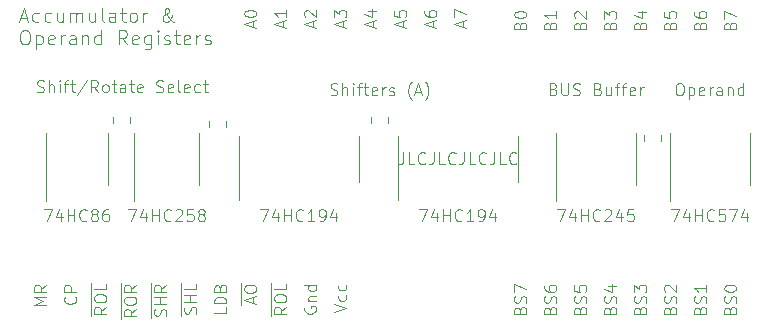
<source format=gbr>
%TF.GenerationSoftware,KiCad,Pcbnew,(5.1.10-1-10_14)*%
%TF.CreationDate,2021-12-11T09:19:18-05:00*%
%TF.ProjectId,control-unit,636f6e74-726f-46c2-9d75-6e69742e6b69,rev?*%
%TF.SameCoordinates,Original*%
%TF.FileFunction,Legend,Top*%
%TF.FilePolarity,Positive*%
%FSLAX46Y46*%
G04 Gerber Fmt 4.6, Leading zero omitted, Abs format (unit mm)*
G04 Created by KiCad (PCBNEW (5.1.10-1-10_14)) date 2021-12-11 09:19:18*
%MOMM*%
%LPD*%
G01*
G04 APERTURE LIST*
%ADD10C,0.100000*%
%ADD11C,0.120000*%
G04 APERTURE END LIST*
D10*
X182523142Y-82510380D02*
X182713619Y-82510380D01*
X182808857Y-82558000D01*
X182904095Y-82653238D01*
X182951714Y-82843714D01*
X182951714Y-83177047D01*
X182904095Y-83367523D01*
X182808857Y-83462761D01*
X182713619Y-83510380D01*
X182523142Y-83510380D01*
X182427904Y-83462761D01*
X182332666Y-83367523D01*
X182285047Y-83177047D01*
X182285047Y-82843714D01*
X182332666Y-82653238D01*
X182427904Y-82558000D01*
X182523142Y-82510380D01*
X183380285Y-82843714D02*
X183380285Y-83843714D01*
X183380285Y-82891333D02*
X183475523Y-82843714D01*
X183666000Y-82843714D01*
X183761238Y-82891333D01*
X183808857Y-82938952D01*
X183856476Y-83034190D01*
X183856476Y-83319904D01*
X183808857Y-83415142D01*
X183761238Y-83462761D01*
X183666000Y-83510380D01*
X183475523Y-83510380D01*
X183380285Y-83462761D01*
X184666000Y-83462761D02*
X184570761Y-83510380D01*
X184380285Y-83510380D01*
X184285047Y-83462761D01*
X184237428Y-83367523D01*
X184237428Y-82986571D01*
X184285047Y-82891333D01*
X184380285Y-82843714D01*
X184570761Y-82843714D01*
X184666000Y-82891333D01*
X184713619Y-82986571D01*
X184713619Y-83081809D01*
X184237428Y-83177047D01*
X185142190Y-83510380D02*
X185142190Y-82843714D01*
X185142190Y-83034190D02*
X185189809Y-82938952D01*
X185237428Y-82891333D01*
X185332666Y-82843714D01*
X185427904Y-82843714D01*
X186189809Y-83510380D02*
X186189809Y-82986571D01*
X186142190Y-82891333D01*
X186046952Y-82843714D01*
X185856476Y-82843714D01*
X185761238Y-82891333D01*
X186189809Y-83462761D02*
X186094571Y-83510380D01*
X185856476Y-83510380D01*
X185761238Y-83462761D01*
X185713619Y-83367523D01*
X185713619Y-83272285D01*
X185761238Y-83177047D01*
X185856476Y-83129428D01*
X186094571Y-83129428D01*
X186189809Y-83081809D01*
X186666000Y-82843714D02*
X186666000Y-83510380D01*
X186666000Y-82938952D02*
X186713619Y-82891333D01*
X186808857Y-82843714D01*
X186951714Y-82843714D01*
X187046952Y-82891333D01*
X187094571Y-82986571D01*
X187094571Y-83510380D01*
X187999333Y-83510380D02*
X187999333Y-82510380D01*
X187999333Y-83462761D02*
X187904095Y-83510380D01*
X187713619Y-83510380D01*
X187618380Y-83462761D01*
X187570761Y-83415142D01*
X187523142Y-83319904D01*
X187523142Y-83034190D01*
X187570761Y-82938952D01*
X187618380Y-82891333D01*
X187713619Y-82843714D01*
X187904095Y-82843714D01*
X187999333Y-82891333D01*
X171942571Y-82986571D02*
X172085428Y-83034190D01*
X172133047Y-83081809D01*
X172180666Y-83177047D01*
X172180666Y-83319904D01*
X172133047Y-83415142D01*
X172085428Y-83462761D01*
X171990190Y-83510380D01*
X171609238Y-83510380D01*
X171609238Y-82510380D01*
X171942571Y-82510380D01*
X172037809Y-82558000D01*
X172085428Y-82605619D01*
X172133047Y-82700857D01*
X172133047Y-82796095D01*
X172085428Y-82891333D01*
X172037809Y-82938952D01*
X171942571Y-82986571D01*
X171609238Y-82986571D01*
X172609238Y-82510380D02*
X172609238Y-83319904D01*
X172656857Y-83415142D01*
X172704476Y-83462761D01*
X172799714Y-83510380D01*
X172990190Y-83510380D01*
X173085428Y-83462761D01*
X173133047Y-83415142D01*
X173180666Y-83319904D01*
X173180666Y-82510380D01*
X173609238Y-83462761D02*
X173752095Y-83510380D01*
X173990190Y-83510380D01*
X174085428Y-83462761D01*
X174133047Y-83415142D01*
X174180666Y-83319904D01*
X174180666Y-83224666D01*
X174133047Y-83129428D01*
X174085428Y-83081809D01*
X173990190Y-83034190D01*
X173799714Y-82986571D01*
X173704476Y-82938952D01*
X173656857Y-82891333D01*
X173609238Y-82796095D01*
X173609238Y-82700857D01*
X173656857Y-82605619D01*
X173704476Y-82558000D01*
X173799714Y-82510380D01*
X174037809Y-82510380D01*
X174180666Y-82558000D01*
X175704476Y-82986571D02*
X175847333Y-83034190D01*
X175894952Y-83081809D01*
X175942571Y-83177047D01*
X175942571Y-83319904D01*
X175894952Y-83415142D01*
X175847333Y-83462761D01*
X175752095Y-83510380D01*
X175371142Y-83510380D01*
X175371142Y-82510380D01*
X175704476Y-82510380D01*
X175799714Y-82558000D01*
X175847333Y-82605619D01*
X175894952Y-82700857D01*
X175894952Y-82796095D01*
X175847333Y-82891333D01*
X175799714Y-82938952D01*
X175704476Y-82986571D01*
X175371142Y-82986571D01*
X176799714Y-82843714D02*
X176799714Y-83510380D01*
X176371142Y-82843714D02*
X176371142Y-83367523D01*
X176418761Y-83462761D01*
X176514000Y-83510380D01*
X176656857Y-83510380D01*
X176752095Y-83462761D01*
X176799714Y-83415142D01*
X177133047Y-82843714D02*
X177514000Y-82843714D01*
X177275904Y-83510380D02*
X177275904Y-82653238D01*
X177323523Y-82558000D01*
X177418761Y-82510380D01*
X177514000Y-82510380D01*
X177704476Y-82843714D02*
X178085428Y-82843714D01*
X177847333Y-83510380D02*
X177847333Y-82653238D01*
X177894952Y-82558000D01*
X177990190Y-82510380D01*
X178085428Y-82510380D01*
X178799714Y-83462761D02*
X178704476Y-83510380D01*
X178514000Y-83510380D01*
X178418761Y-83462761D01*
X178371142Y-83367523D01*
X178371142Y-82986571D01*
X178418761Y-82891333D01*
X178514000Y-82843714D01*
X178704476Y-82843714D01*
X178799714Y-82891333D01*
X178847333Y-82986571D01*
X178847333Y-83081809D01*
X178371142Y-83177047D01*
X179275904Y-83510380D02*
X179275904Y-82843714D01*
X179275904Y-83034190D02*
X179323523Y-82938952D01*
X179371142Y-82891333D01*
X179466380Y-82843714D01*
X179561619Y-82843714D01*
X153059333Y-83462761D02*
X153202190Y-83510380D01*
X153440285Y-83510380D01*
X153535523Y-83462761D01*
X153583142Y-83415142D01*
X153630761Y-83319904D01*
X153630761Y-83224666D01*
X153583142Y-83129428D01*
X153535523Y-83081809D01*
X153440285Y-83034190D01*
X153249809Y-82986571D01*
X153154571Y-82938952D01*
X153106952Y-82891333D01*
X153059333Y-82796095D01*
X153059333Y-82700857D01*
X153106952Y-82605619D01*
X153154571Y-82558000D01*
X153249809Y-82510380D01*
X153487904Y-82510380D01*
X153630761Y-82558000D01*
X154059333Y-83510380D02*
X154059333Y-82510380D01*
X154487904Y-83510380D02*
X154487904Y-82986571D01*
X154440285Y-82891333D01*
X154345047Y-82843714D01*
X154202190Y-82843714D01*
X154106952Y-82891333D01*
X154059333Y-82938952D01*
X154964095Y-83510380D02*
X154964095Y-82843714D01*
X154964095Y-82510380D02*
X154916476Y-82558000D01*
X154964095Y-82605619D01*
X155011714Y-82558000D01*
X154964095Y-82510380D01*
X154964095Y-82605619D01*
X155297428Y-82843714D02*
X155678380Y-82843714D01*
X155440285Y-83510380D02*
X155440285Y-82653238D01*
X155487904Y-82558000D01*
X155583142Y-82510380D01*
X155678380Y-82510380D01*
X155868857Y-82843714D02*
X156249809Y-82843714D01*
X156011714Y-82510380D02*
X156011714Y-83367523D01*
X156059333Y-83462761D01*
X156154571Y-83510380D01*
X156249809Y-83510380D01*
X156964095Y-83462761D02*
X156868857Y-83510380D01*
X156678380Y-83510380D01*
X156583142Y-83462761D01*
X156535523Y-83367523D01*
X156535523Y-82986571D01*
X156583142Y-82891333D01*
X156678380Y-82843714D01*
X156868857Y-82843714D01*
X156964095Y-82891333D01*
X157011714Y-82986571D01*
X157011714Y-83081809D01*
X156535523Y-83177047D01*
X157440285Y-83510380D02*
X157440285Y-82843714D01*
X157440285Y-83034190D02*
X157487904Y-82938952D01*
X157535523Y-82891333D01*
X157630761Y-82843714D01*
X157726000Y-82843714D01*
X158011714Y-83462761D02*
X158106952Y-83510380D01*
X158297428Y-83510380D01*
X158392666Y-83462761D01*
X158440285Y-83367523D01*
X158440285Y-83319904D01*
X158392666Y-83224666D01*
X158297428Y-83177047D01*
X158154571Y-83177047D01*
X158059333Y-83129428D01*
X158011714Y-83034190D01*
X158011714Y-82986571D01*
X158059333Y-82891333D01*
X158154571Y-82843714D01*
X158297428Y-82843714D01*
X158392666Y-82891333D01*
X159916476Y-83891333D02*
X159868857Y-83843714D01*
X159773619Y-83700857D01*
X159726000Y-83605619D01*
X159678380Y-83462761D01*
X159630761Y-83224666D01*
X159630761Y-83034190D01*
X159678380Y-82796095D01*
X159726000Y-82653238D01*
X159773619Y-82558000D01*
X159868857Y-82415142D01*
X159916476Y-82367523D01*
X160249809Y-83224666D02*
X160726000Y-83224666D01*
X160154571Y-83510380D02*
X160487904Y-82510380D01*
X160821238Y-83510380D01*
X161059333Y-83891333D02*
X161106952Y-83843714D01*
X161202190Y-83700857D01*
X161249809Y-83605619D01*
X161297428Y-83462761D01*
X161345047Y-83224666D01*
X161345047Y-83034190D01*
X161297428Y-82796095D01*
X161249809Y-82653238D01*
X161202190Y-82558000D01*
X161106952Y-82415142D01*
X161059333Y-82367523D01*
X159210952Y-88352380D02*
X159210952Y-89066666D01*
X159163333Y-89209523D01*
X159068095Y-89304761D01*
X158925238Y-89352380D01*
X158830000Y-89352380D01*
X160163333Y-89352380D02*
X159687142Y-89352380D01*
X159687142Y-88352380D01*
X161068095Y-89257142D02*
X161020476Y-89304761D01*
X160877619Y-89352380D01*
X160782380Y-89352380D01*
X160639523Y-89304761D01*
X160544285Y-89209523D01*
X160496666Y-89114285D01*
X160449047Y-88923809D01*
X160449047Y-88780952D01*
X160496666Y-88590476D01*
X160544285Y-88495238D01*
X160639523Y-88400000D01*
X160782380Y-88352380D01*
X160877619Y-88352380D01*
X161020476Y-88400000D01*
X161068095Y-88447619D01*
X161782380Y-88352380D02*
X161782380Y-89066666D01*
X161734761Y-89209523D01*
X161639523Y-89304761D01*
X161496666Y-89352380D01*
X161401428Y-89352380D01*
X162734761Y-89352380D02*
X162258571Y-89352380D01*
X162258571Y-88352380D01*
X163639523Y-89257142D02*
X163591904Y-89304761D01*
X163449047Y-89352380D01*
X163353809Y-89352380D01*
X163210952Y-89304761D01*
X163115714Y-89209523D01*
X163068095Y-89114285D01*
X163020476Y-88923809D01*
X163020476Y-88780952D01*
X163068095Y-88590476D01*
X163115714Y-88495238D01*
X163210952Y-88400000D01*
X163353809Y-88352380D01*
X163449047Y-88352380D01*
X163591904Y-88400000D01*
X163639523Y-88447619D01*
X164353809Y-88352380D02*
X164353809Y-89066666D01*
X164306190Y-89209523D01*
X164210952Y-89304761D01*
X164068095Y-89352380D01*
X163972857Y-89352380D01*
X165306190Y-89352380D02*
X164830000Y-89352380D01*
X164830000Y-88352380D01*
X166210952Y-89257142D02*
X166163333Y-89304761D01*
X166020476Y-89352380D01*
X165925238Y-89352380D01*
X165782380Y-89304761D01*
X165687142Y-89209523D01*
X165639523Y-89114285D01*
X165591904Y-88923809D01*
X165591904Y-88780952D01*
X165639523Y-88590476D01*
X165687142Y-88495238D01*
X165782380Y-88400000D01*
X165925238Y-88352380D01*
X166020476Y-88352380D01*
X166163333Y-88400000D01*
X166210952Y-88447619D01*
X166925238Y-88352380D02*
X166925238Y-89066666D01*
X166877619Y-89209523D01*
X166782380Y-89304761D01*
X166639523Y-89352380D01*
X166544285Y-89352380D01*
X167877619Y-89352380D02*
X167401428Y-89352380D01*
X167401428Y-88352380D01*
X168782380Y-89257142D02*
X168734761Y-89304761D01*
X168591904Y-89352380D01*
X168496666Y-89352380D01*
X168353809Y-89304761D01*
X168258571Y-89209523D01*
X168210952Y-89114285D01*
X168163333Y-88923809D01*
X168163333Y-88780952D01*
X168210952Y-88590476D01*
X168258571Y-88495238D01*
X168353809Y-88400000D01*
X168496666Y-88352380D01*
X168591904Y-88352380D01*
X168734761Y-88400000D01*
X168782380Y-88447619D01*
X181904095Y-93178380D02*
X182570761Y-93178380D01*
X182142190Y-94178380D01*
X183380285Y-93511714D02*
X183380285Y-94178380D01*
X183142190Y-93130761D02*
X182904095Y-93845047D01*
X183523142Y-93845047D01*
X183904095Y-94178380D02*
X183904095Y-93178380D01*
X183904095Y-93654571D02*
X184475523Y-93654571D01*
X184475523Y-94178380D02*
X184475523Y-93178380D01*
X185523142Y-94083142D02*
X185475523Y-94130761D01*
X185332666Y-94178380D01*
X185237428Y-94178380D01*
X185094571Y-94130761D01*
X184999333Y-94035523D01*
X184951714Y-93940285D01*
X184904095Y-93749809D01*
X184904095Y-93606952D01*
X184951714Y-93416476D01*
X184999333Y-93321238D01*
X185094571Y-93226000D01*
X185237428Y-93178380D01*
X185332666Y-93178380D01*
X185475523Y-93226000D01*
X185523142Y-93273619D01*
X186427904Y-93178380D02*
X185951714Y-93178380D01*
X185904095Y-93654571D01*
X185951714Y-93606952D01*
X186046952Y-93559333D01*
X186285047Y-93559333D01*
X186380285Y-93606952D01*
X186427904Y-93654571D01*
X186475523Y-93749809D01*
X186475523Y-93987904D01*
X186427904Y-94083142D01*
X186380285Y-94130761D01*
X186285047Y-94178380D01*
X186046952Y-94178380D01*
X185951714Y-94130761D01*
X185904095Y-94083142D01*
X186808857Y-93178380D02*
X187475523Y-93178380D01*
X187046952Y-94178380D01*
X188285047Y-93511714D02*
X188285047Y-94178380D01*
X188046952Y-93130761D02*
X187808857Y-93845047D01*
X188427904Y-93845047D01*
X172252095Y-93178380D02*
X172918761Y-93178380D01*
X172490190Y-94178380D01*
X173728285Y-93511714D02*
X173728285Y-94178380D01*
X173490190Y-93130761D02*
X173252095Y-93845047D01*
X173871142Y-93845047D01*
X174252095Y-94178380D02*
X174252095Y-93178380D01*
X174252095Y-93654571D02*
X174823523Y-93654571D01*
X174823523Y-94178380D02*
X174823523Y-93178380D01*
X175871142Y-94083142D02*
X175823523Y-94130761D01*
X175680666Y-94178380D01*
X175585428Y-94178380D01*
X175442571Y-94130761D01*
X175347333Y-94035523D01*
X175299714Y-93940285D01*
X175252095Y-93749809D01*
X175252095Y-93606952D01*
X175299714Y-93416476D01*
X175347333Y-93321238D01*
X175442571Y-93226000D01*
X175585428Y-93178380D01*
X175680666Y-93178380D01*
X175823523Y-93226000D01*
X175871142Y-93273619D01*
X176252095Y-93273619D02*
X176299714Y-93226000D01*
X176394952Y-93178380D01*
X176633047Y-93178380D01*
X176728285Y-93226000D01*
X176775904Y-93273619D01*
X176823523Y-93368857D01*
X176823523Y-93464095D01*
X176775904Y-93606952D01*
X176204476Y-94178380D01*
X176823523Y-94178380D01*
X177680666Y-93511714D02*
X177680666Y-94178380D01*
X177442571Y-93130761D02*
X177204476Y-93845047D01*
X177823523Y-93845047D01*
X178680666Y-93178380D02*
X178204476Y-93178380D01*
X178156857Y-93654571D01*
X178204476Y-93606952D01*
X178299714Y-93559333D01*
X178537809Y-93559333D01*
X178633047Y-93606952D01*
X178680666Y-93654571D01*
X178728285Y-93749809D01*
X178728285Y-93987904D01*
X178680666Y-94083142D01*
X178633047Y-94130761D01*
X178537809Y-94178380D01*
X178299714Y-94178380D01*
X178204476Y-94130761D01*
X178156857Y-94083142D01*
X160568095Y-93178380D02*
X161234761Y-93178380D01*
X160806190Y-94178380D01*
X162044285Y-93511714D02*
X162044285Y-94178380D01*
X161806190Y-93130761D02*
X161568095Y-93845047D01*
X162187142Y-93845047D01*
X162568095Y-94178380D02*
X162568095Y-93178380D01*
X162568095Y-93654571D02*
X163139523Y-93654571D01*
X163139523Y-94178380D02*
X163139523Y-93178380D01*
X164187142Y-94083142D02*
X164139523Y-94130761D01*
X163996666Y-94178380D01*
X163901428Y-94178380D01*
X163758571Y-94130761D01*
X163663333Y-94035523D01*
X163615714Y-93940285D01*
X163568095Y-93749809D01*
X163568095Y-93606952D01*
X163615714Y-93416476D01*
X163663333Y-93321238D01*
X163758571Y-93226000D01*
X163901428Y-93178380D01*
X163996666Y-93178380D01*
X164139523Y-93226000D01*
X164187142Y-93273619D01*
X165139523Y-94178380D02*
X164568095Y-94178380D01*
X164853809Y-94178380D02*
X164853809Y-93178380D01*
X164758571Y-93321238D01*
X164663333Y-93416476D01*
X164568095Y-93464095D01*
X165615714Y-94178380D02*
X165806190Y-94178380D01*
X165901428Y-94130761D01*
X165949047Y-94083142D01*
X166044285Y-93940285D01*
X166091904Y-93749809D01*
X166091904Y-93368857D01*
X166044285Y-93273619D01*
X165996666Y-93226000D01*
X165901428Y-93178380D01*
X165710952Y-93178380D01*
X165615714Y-93226000D01*
X165568095Y-93273619D01*
X165520476Y-93368857D01*
X165520476Y-93606952D01*
X165568095Y-93702190D01*
X165615714Y-93749809D01*
X165710952Y-93797428D01*
X165901428Y-93797428D01*
X165996666Y-93749809D01*
X166044285Y-93702190D01*
X166091904Y-93606952D01*
X166949047Y-93511714D02*
X166949047Y-94178380D01*
X166710952Y-93130761D02*
X166472857Y-93845047D01*
X167091904Y-93845047D01*
X147106095Y-93178380D02*
X147772761Y-93178380D01*
X147344190Y-94178380D01*
X148582285Y-93511714D02*
X148582285Y-94178380D01*
X148344190Y-93130761D02*
X148106095Y-93845047D01*
X148725142Y-93845047D01*
X149106095Y-94178380D02*
X149106095Y-93178380D01*
X149106095Y-93654571D02*
X149677523Y-93654571D01*
X149677523Y-94178380D02*
X149677523Y-93178380D01*
X150725142Y-94083142D02*
X150677523Y-94130761D01*
X150534666Y-94178380D01*
X150439428Y-94178380D01*
X150296571Y-94130761D01*
X150201333Y-94035523D01*
X150153714Y-93940285D01*
X150106095Y-93749809D01*
X150106095Y-93606952D01*
X150153714Y-93416476D01*
X150201333Y-93321238D01*
X150296571Y-93226000D01*
X150439428Y-93178380D01*
X150534666Y-93178380D01*
X150677523Y-93226000D01*
X150725142Y-93273619D01*
X151677523Y-94178380D02*
X151106095Y-94178380D01*
X151391809Y-94178380D02*
X151391809Y-93178380D01*
X151296571Y-93321238D01*
X151201333Y-93416476D01*
X151106095Y-93464095D01*
X152153714Y-94178380D02*
X152344190Y-94178380D01*
X152439428Y-94130761D01*
X152487047Y-94083142D01*
X152582285Y-93940285D01*
X152629904Y-93749809D01*
X152629904Y-93368857D01*
X152582285Y-93273619D01*
X152534666Y-93226000D01*
X152439428Y-93178380D01*
X152248952Y-93178380D01*
X152153714Y-93226000D01*
X152106095Y-93273619D01*
X152058476Y-93368857D01*
X152058476Y-93606952D01*
X152106095Y-93702190D01*
X152153714Y-93749809D01*
X152248952Y-93797428D01*
X152439428Y-93797428D01*
X152534666Y-93749809D01*
X152582285Y-93702190D01*
X152629904Y-93606952D01*
X153487047Y-93511714D02*
X153487047Y-94178380D01*
X153248952Y-93130761D02*
X153010857Y-93845047D01*
X153629904Y-93845047D01*
X135930095Y-93178380D02*
X136596761Y-93178380D01*
X136168190Y-94178380D01*
X137406285Y-93511714D02*
X137406285Y-94178380D01*
X137168190Y-93130761D02*
X136930095Y-93845047D01*
X137549142Y-93845047D01*
X137930095Y-94178380D02*
X137930095Y-93178380D01*
X137930095Y-93654571D02*
X138501523Y-93654571D01*
X138501523Y-94178380D02*
X138501523Y-93178380D01*
X139549142Y-94083142D02*
X139501523Y-94130761D01*
X139358666Y-94178380D01*
X139263428Y-94178380D01*
X139120571Y-94130761D01*
X139025333Y-94035523D01*
X138977714Y-93940285D01*
X138930095Y-93749809D01*
X138930095Y-93606952D01*
X138977714Y-93416476D01*
X139025333Y-93321238D01*
X139120571Y-93226000D01*
X139263428Y-93178380D01*
X139358666Y-93178380D01*
X139501523Y-93226000D01*
X139549142Y-93273619D01*
X139930095Y-93273619D02*
X139977714Y-93226000D01*
X140072952Y-93178380D01*
X140311047Y-93178380D01*
X140406285Y-93226000D01*
X140453904Y-93273619D01*
X140501523Y-93368857D01*
X140501523Y-93464095D01*
X140453904Y-93606952D01*
X139882476Y-94178380D01*
X140501523Y-94178380D01*
X141406285Y-93178380D02*
X140930095Y-93178380D01*
X140882476Y-93654571D01*
X140930095Y-93606952D01*
X141025333Y-93559333D01*
X141263428Y-93559333D01*
X141358666Y-93606952D01*
X141406285Y-93654571D01*
X141453904Y-93749809D01*
X141453904Y-93987904D01*
X141406285Y-94083142D01*
X141358666Y-94130761D01*
X141263428Y-94178380D01*
X141025333Y-94178380D01*
X140930095Y-94130761D01*
X140882476Y-94083142D01*
X142025333Y-93606952D02*
X141930095Y-93559333D01*
X141882476Y-93511714D01*
X141834857Y-93416476D01*
X141834857Y-93368857D01*
X141882476Y-93273619D01*
X141930095Y-93226000D01*
X142025333Y-93178380D01*
X142215809Y-93178380D01*
X142311047Y-93226000D01*
X142358666Y-93273619D01*
X142406285Y-93368857D01*
X142406285Y-93416476D01*
X142358666Y-93511714D01*
X142311047Y-93559333D01*
X142215809Y-93606952D01*
X142025333Y-93606952D01*
X141930095Y-93654571D01*
X141882476Y-93702190D01*
X141834857Y-93797428D01*
X141834857Y-93987904D01*
X141882476Y-94083142D01*
X141930095Y-94130761D01*
X142025333Y-94178380D01*
X142215809Y-94178380D01*
X142311047Y-94130761D01*
X142358666Y-94083142D01*
X142406285Y-93987904D01*
X142406285Y-93797428D01*
X142358666Y-93702190D01*
X142311047Y-93654571D01*
X142215809Y-93606952D01*
X128786285Y-93178380D02*
X129452952Y-93178380D01*
X129024380Y-94178380D01*
X130262476Y-93511714D02*
X130262476Y-94178380D01*
X130024380Y-93130761D02*
X129786285Y-93845047D01*
X130405333Y-93845047D01*
X130786285Y-94178380D02*
X130786285Y-93178380D01*
X130786285Y-93654571D02*
X131357714Y-93654571D01*
X131357714Y-94178380D02*
X131357714Y-93178380D01*
X132405333Y-94083142D02*
X132357714Y-94130761D01*
X132214857Y-94178380D01*
X132119619Y-94178380D01*
X131976761Y-94130761D01*
X131881523Y-94035523D01*
X131833904Y-93940285D01*
X131786285Y-93749809D01*
X131786285Y-93606952D01*
X131833904Y-93416476D01*
X131881523Y-93321238D01*
X131976761Y-93226000D01*
X132119619Y-93178380D01*
X132214857Y-93178380D01*
X132357714Y-93226000D01*
X132405333Y-93273619D01*
X132976761Y-93606952D02*
X132881523Y-93559333D01*
X132833904Y-93511714D01*
X132786285Y-93416476D01*
X132786285Y-93368857D01*
X132833904Y-93273619D01*
X132881523Y-93226000D01*
X132976761Y-93178380D01*
X133167238Y-93178380D01*
X133262476Y-93226000D01*
X133310095Y-93273619D01*
X133357714Y-93368857D01*
X133357714Y-93416476D01*
X133310095Y-93511714D01*
X133262476Y-93559333D01*
X133167238Y-93606952D01*
X132976761Y-93606952D01*
X132881523Y-93654571D01*
X132833904Y-93702190D01*
X132786285Y-93797428D01*
X132786285Y-93987904D01*
X132833904Y-94083142D01*
X132881523Y-94130761D01*
X132976761Y-94178380D01*
X133167238Y-94178380D01*
X133262476Y-94130761D01*
X133310095Y-94083142D01*
X133357714Y-93987904D01*
X133357714Y-93797428D01*
X133310095Y-93702190D01*
X133262476Y-93654571D01*
X133167238Y-93606952D01*
X134214857Y-93178380D02*
X134024380Y-93178380D01*
X133929142Y-93226000D01*
X133881523Y-93273619D01*
X133786285Y-93416476D01*
X133738666Y-93606952D01*
X133738666Y-93987904D01*
X133786285Y-94083142D01*
X133833904Y-94130761D01*
X133929142Y-94178380D01*
X134119619Y-94178380D01*
X134214857Y-94130761D01*
X134262476Y-94083142D01*
X134310095Y-93987904D01*
X134310095Y-93749809D01*
X134262476Y-93654571D01*
X134214857Y-93606952D01*
X134119619Y-93559333D01*
X133929142Y-93559333D01*
X133833904Y-93606952D01*
X133786285Y-93654571D01*
X133738666Y-93749809D01*
X128215333Y-83208761D02*
X128358190Y-83256380D01*
X128596285Y-83256380D01*
X128691523Y-83208761D01*
X128739142Y-83161142D01*
X128786761Y-83065904D01*
X128786761Y-82970666D01*
X128739142Y-82875428D01*
X128691523Y-82827809D01*
X128596285Y-82780190D01*
X128405809Y-82732571D01*
X128310571Y-82684952D01*
X128262952Y-82637333D01*
X128215333Y-82542095D01*
X128215333Y-82446857D01*
X128262952Y-82351619D01*
X128310571Y-82304000D01*
X128405809Y-82256380D01*
X128643904Y-82256380D01*
X128786761Y-82304000D01*
X129215333Y-83256380D02*
X129215333Y-82256380D01*
X129643904Y-83256380D02*
X129643904Y-82732571D01*
X129596285Y-82637333D01*
X129501047Y-82589714D01*
X129358190Y-82589714D01*
X129262952Y-82637333D01*
X129215333Y-82684952D01*
X130120095Y-83256380D02*
X130120095Y-82589714D01*
X130120095Y-82256380D02*
X130072476Y-82304000D01*
X130120095Y-82351619D01*
X130167714Y-82304000D01*
X130120095Y-82256380D01*
X130120095Y-82351619D01*
X130453428Y-82589714D02*
X130834380Y-82589714D01*
X130596285Y-83256380D02*
X130596285Y-82399238D01*
X130643904Y-82304000D01*
X130739142Y-82256380D01*
X130834380Y-82256380D01*
X131024857Y-82589714D02*
X131405809Y-82589714D01*
X131167714Y-82256380D02*
X131167714Y-83113523D01*
X131215333Y-83208761D01*
X131310571Y-83256380D01*
X131405809Y-83256380D01*
X132453428Y-82208761D02*
X131596285Y-83494476D01*
X133358190Y-83256380D02*
X133024857Y-82780190D01*
X132786761Y-83256380D02*
X132786761Y-82256380D01*
X133167714Y-82256380D01*
X133262952Y-82304000D01*
X133310571Y-82351619D01*
X133358190Y-82446857D01*
X133358190Y-82589714D01*
X133310571Y-82684952D01*
X133262952Y-82732571D01*
X133167714Y-82780190D01*
X132786761Y-82780190D01*
X133929619Y-83256380D02*
X133834380Y-83208761D01*
X133786761Y-83161142D01*
X133739142Y-83065904D01*
X133739142Y-82780190D01*
X133786761Y-82684952D01*
X133834380Y-82637333D01*
X133929619Y-82589714D01*
X134072476Y-82589714D01*
X134167714Y-82637333D01*
X134215333Y-82684952D01*
X134262952Y-82780190D01*
X134262952Y-83065904D01*
X134215333Y-83161142D01*
X134167714Y-83208761D01*
X134072476Y-83256380D01*
X133929619Y-83256380D01*
X134548666Y-82589714D02*
X134929619Y-82589714D01*
X134691523Y-82256380D02*
X134691523Y-83113523D01*
X134739142Y-83208761D01*
X134834380Y-83256380D01*
X134929619Y-83256380D01*
X135691523Y-83256380D02*
X135691523Y-82732571D01*
X135643904Y-82637333D01*
X135548666Y-82589714D01*
X135358190Y-82589714D01*
X135262952Y-82637333D01*
X135691523Y-83208761D02*
X135596285Y-83256380D01*
X135358190Y-83256380D01*
X135262952Y-83208761D01*
X135215333Y-83113523D01*
X135215333Y-83018285D01*
X135262952Y-82923047D01*
X135358190Y-82875428D01*
X135596285Y-82875428D01*
X135691523Y-82827809D01*
X136024857Y-82589714D02*
X136405809Y-82589714D01*
X136167714Y-82256380D02*
X136167714Y-83113523D01*
X136215333Y-83208761D01*
X136310571Y-83256380D01*
X136405809Y-83256380D01*
X137120095Y-83208761D02*
X137024857Y-83256380D01*
X136834380Y-83256380D01*
X136739142Y-83208761D01*
X136691523Y-83113523D01*
X136691523Y-82732571D01*
X136739142Y-82637333D01*
X136834380Y-82589714D01*
X137024857Y-82589714D01*
X137120095Y-82637333D01*
X137167714Y-82732571D01*
X137167714Y-82827809D01*
X136691523Y-82923047D01*
X138310571Y-83208761D02*
X138453428Y-83256380D01*
X138691523Y-83256380D01*
X138786761Y-83208761D01*
X138834380Y-83161142D01*
X138882000Y-83065904D01*
X138882000Y-82970666D01*
X138834380Y-82875428D01*
X138786761Y-82827809D01*
X138691523Y-82780190D01*
X138501047Y-82732571D01*
X138405809Y-82684952D01*
X138358190Y-82637333D01*
X138310571Y-82542095D01*
X138310571Y-82446857D01*
X138358190Y-82351619D01*
X138405809Y-82304000D01*
X138501047Y-82256380D01*
X138739142Y-82256380D01*
X138882000Y-82304000D01*
X139691523Y-83208761D02*
X139596285Y-83256380D01*
X139405809Y-83256380D01*
X139310571Y-83208761D01*
X139262952Y-83113523D01*
X139262952Y-82732571D01*
X139310571Y-82637333D01*
X139405809Y-82589714D01*
X139596285Y-82589714D01*
X139691523Y-82637333D01*
X139739142Y-82732571D01*
X139739142Y-82827809D01*
X139262952Y-82923047D01*
X140310571Y-83256380D02*
X140215333Y-83208761D01*
X140167714Y-83113523D01*
X140167714Y-82256380D01*
X141072476Y-83208761D02*
X140977238Y-83256380D01*
X140786761Y-83256380D01*
X140691523Y-83208761D01*
X140643904Y-83113523D01*
X140643904Y-82732571D01*
X140691523Y-82637333D01*
X140786761Y-82589714D01*
X140977238Y-82589714D01*
X141072476Y-82637333D01*
X141120095Y-82732571D01*
X141120095Y-82827809D01*
X140643904Y-82923047D01*
X141977238Y-83208761D02*
X141882000Y-83256380D01*
X141691523Y-83256380D01*
X141596285Y-83208761D01*
X141548666Y-83161142D01*
X141501047Y-83065904D01*
X141501047Y-82780190D01*
X141548666Y-82684952D01*
X141596285Y-82637333D01*
X141691523Y-82589714D01*
X141882000Y-82589714D01*
X141977238Y-82637333D01*
X142262952Y-82589714D02*
X142643904Y-82589714D01*
X142405809Y-82256380D02*
X142405809Y-83113523D01*
X142453428Y-83208761D01*
X142548666Y-83256380D01*
X142643904Y-83256380D01*
X126785571Y-76974000D02*
X127357000Y-76974000D01*
X126671285Y-77316857D02*
X127071285Y-76116857D01*
X127471285Y-77316857D01*
X128385571Y-77259714D02*
X128271285Y-77316857D01*
X128042714Y-77316857D01*
X127928428Y-77259714D01*
X127871285Y-77202571D01*
X127814142Y-77088285D01*
X127814142Y-76745428D01*
X127871285Y-76631142D01*
X127928428Y-76574000D01*
X128042714Y-76516857D01*
X128271285Y-76516857D01*
X128385571Y-76574000D01*
X129414142Y-77259714D02*
X129299857Y-77316857D01*
X129071285Y-77316857D01*
X128957000Y-77259714D01*
X128899857Y-77202571D01*
X128842714Y-77088285D01*
X128842714Y-76745428D01*
X128899857Y-76631142D01*
X128957000Y-76574000D01*
X129071285Y-76516857D01*
X129299857Y-76516857D01*
X129414142Y-76574000D01*
X130442714Y-76516857D02*
X130442714Y-77316857D01*
X129928428Y-76516857D02*
X129928428Y-77145428D01*
X129985571Y-77259714D01*
X130099857Y-77316857D01*
X130271285Y-77316857D01*
X130385571Y-77259714D01*
X130442714Y-77202571D01*
X131014142Y-77316857D02*
X131014142Y-76516857D01*
X131014142Y-76631142D02*
X131071285Y-76574000D01*
X131185571Y-76516857D01*
X131357000Y-76516857D01*
X131471285Y-76574000D01*
X131528428Y-76688285D01*
X131528428Y-77316857D01*
X131528428Y-76688285D02*
X131585571Y-76574000D01*
X131699857Y-76516857D01*
X131871285Y-76516857D01*
X131985571Y-76574000D01*
X132042714Y-76688285D01*
X132042714Y-77316857D01*
X133128428Y-76516857D02*
X133128428Y-77316857D01*
X132614142Y-76516857D02*
X132614142Y-77145428D01*
X132671285Y-77259714D01*
X132785571Y-77316857D01*
X132957000Y-77316857D01*
X133071285Y-77259714D01*
X133128428Y-77202571D01*
X133871285Y-77316857D02*
X133757000Y-77259714D01*
X133699857Y-77145428D01*
X133699857Y-76116857D01*
X134842714Y-77316857D02*
X134842714Y-76688285D01*
X134785571Y-76574000D01*
X134671285Y-76516857D01*
X134442714Y-76516857D01*
X134328428Y-76574000D01*
X134842714Y-77259714D02*
X134728428Y-77316857D01*
X134442714Y-77316857D01*
X134328428Y-77259714D01*
X134271285Y-77145428D01*
X134271285Y-77031142D01*
X134328428Y-76916857D01*
X134442714Y-76859714D01*
X134728428Y-76859714D01*
X134842714Y-76802571D01*
X135242714Y-76516857D02*
X135699857Y-76516857D01*
X135414142Y-76116857D02*
X135414142Y-77145428D01*
X135471285Y-77259714D01*
X135585571Y-77316857D01*
X135699857Y-77316857D01*
X136271285Y-77316857D02*
X136157000Y-77259714D01*
X136099857Y-77202571D01*
X136042714Y-77088285D01*
X136042714Y-76745428D01*
X136099857Y-76631142D01*
X136157000Y-76574000D01*
X136271285Y-76516857D01*
X136442714Y-76516857D01*
X136557000Y-76574000D01*
X136614142Y-76631142D01*
X136671285Y-76745428D01*
X136671285Y-77088285D01*
X136614142Y-77202571D01*
X136557000Y-77259714D01*
X136442714Y-77316857D01*
X136271285Y-77316857D01*
X137185571Y-77316857D02*
X137185571Y-76516857D01*
X137185571Y-76745428D02*
X137242714Y-76631142D01*
X137299857Y-76574000D01*
X137414142Y-76516857D01*
X137528428Y-76516857D01*
X139814142Y-77316857D02*
X139757000Y-77316857D01*
X139642714Y-77259714D01*
X139471285Y-77088285D01*
X139185571Y-76745428D01*
X139071285Y-76574000D01*
X139014142Y-76402571D01*
X139014142Y-76288285D01*
X139071285Y-76174000D01*
X139185571Y-76116857D01*
X139242714Y-76116857D01*
X139357000Y-76174000D01*
X139414142Y-76288285D01*
X139414142Y-76345428D01*
X139357000Y-76459714D01*
X139299857Y-76516857D01*
X138957000Y-76745428D01*
X138899857Y-76802571D01*
X138842714Y-76916857D01*
X138842714Y-77088285D01*
X138899857Y-77202571D01*
X138957000Y-77259714D01*
X139071285Y-77316857D01*
X139242714Y-77316857D01*
X139357000Y-77259714D01*
X139414142Y-77202571D01*
X139585571Y-76974000D01*
X139642714Y-76802571D01*
X139642714Y-76688285D01*
X127071285Y-78016857D02*
X127299857Y-78016857D01*
X127414142Y-78074000D01*
X127528428Y-78188285D01*
X127585571Y-78416857D01*
X127585571Y-78816857D01*
X127528428Y-79045428D01*
X127414142Y-79159714D01*
X127299857Y-79216857D01*
X127071285Y-79216857D01*
X126957000Y-79159714D01*
X126842714Y-79045428D01*
X126785571Y-78816857D01*
X126785571Y-78416857D01*
X126842714Y-78188285D01*
X126957000Y-78074000D01*
X127071285Y-78016857D01*
X128099857Y-78416857D02*
X128099857Y-79616857D01*
X128099857Y-78474000D02*
X128214142Y-78416857D01*
X128442714Y-78416857D01*
X128557000Y-78474000D01*
X128614142Y-78531142D01*
X128671285Y-78645428D01*
X128671285Y-78988285D01*
X128614142Y-79102571D01*
X128557000Y-79159714D01*
X128442714Y-79216857D01*
X128214142Y-79216857D01*
X128099857Y-79159714D01*
X129642714Y-79159714D02*
X129528428Y-79216857D01*
X129299857Y-79216857D01*
X129185571Y-79159714D01*
X129128428Y-79045428D01*
X129128428Y-78588285D01*
X129185571Y-78474000D01*
X129299857Y-78416857D01*
X129528428Y-78416857D01*
X129642714Y-78474000D01*
X129699857Y-78588285D01*
X129699857Y-78702571D01*
X129128428Y-78816857D01*
X130214142Y-79216857D02*
X130214142Y-78416857D01*
X130214142Y-78645428D02*
X130271285Y-78531142D01*
X130328428Y-78474000D01*
X130442714Y-78416857D01*
X130557000Y-78416857D01*
X131471285Y-79216857D02*
X131471285Y-78588285D01*
X131414142Y-78474000D01*
X131299857Y-78416857D01*
X131071285Y-78416857D01*
X130957000Y-78474000D01*
X131471285Y-79159714D02*
X131357000Y-79216857D01*
X131071285Y-79216857D01*
X130957000Y-79159714D01*
X130899857Y-79045428D01*
X130899857Y-78931142D01*
X130957000Y-78816857D01*
X131071285Y-78759714D01*
X131357000Y-78759714D01*
X131471285Y-78702571D01*
X132042714Y-78416857D02*
X132042714Y-79216857D01*
X132042714Y-78531142D02*
X132099857Y-78474000D01*
X132214142Y-78416857D01*
X132385571Y-78416857D01*
X132499857Y-78474000D01*
X132557000Y-78588285D01*
X132557000Y-79216857D01*
X133642714Y-79216857D02*
X133642714Y-78016857D01*
X133642714Y-79159714D02*
X133528428Y-79216857D01*
X133299857Y-79216857D01*
X133185571Y-79159714D01*
X133128428Y-79102571D01*
X133071285Y-78988285D01*
X133071285Y-78645428D01*
X133128428Y-78531142D01*
X133185571Y-78474000D01*
X133299857Y-78416857D01*
X133528428Y-78416857D01*
X133642714Y-78474000D01*
X135814142Y-79216857D02*
X135414142Y-78645428D01*
X135128428Y-79216857D02*
X135128428Y-78016857D01*
X135585571Y-78016857D01*
X135699857Y-78074000D01*
X135757000Y-78131142D01*
X135814142Y-78245428D01*
X135814142Y-78416857D01*
X135757000Y-78531142D01*
X135699857Y-78588285D01*
X135585571Y-78645428D01*
X135128428Y-78645428D01*
X136785571Y-79159714D02*
X136671285Y-79216857D01*
X136442714Y-79216857D01*
X136328428Y-79159714D01*
X136271285Y-79045428D01*
X136271285Y-78588285D01*
X136328428Y-78474000D01*
X136442714Y-78416857D01*
X136671285Y-78416857D01*
X136785571Y-78474000D01*
X136842714Y-78588285D01*
X136842714Y-78702571D01*
X136271285Y-78816857D01*
X137871285Y-78416857D02*
X137871285Y-79388285D01*
X137814142Y-79502571D01*
X137757000Y-79559714D01*
X137642714Y-79616857D01*
X137471285Y-79616857D01*
X137357000Y-79559714D01*
X137871285Y-79159714D02*
X137757000Y-79216857D01*
X137528428Y-79216857D01*
X137414142Y-79159714D01*
X137357000Y-79102571D01*
X137299857Y-78988285D01*
X137299857Y-78645428D01*
X137357000Y-78531142D01*
X137414142Y-78474000D01*
X137528428Y-78416857D01*
X137757000Y-78416857D01*
X137871285Y-78474000D01*
X138442714Y-79216857D02*
X138442714Y-78416857D01*
X138442714Y-78016857D02*
X138385571Y-78074000D01*
X138442714Y-78131142D01*
X138499857Y-78074000D01*
X138442714Y-78016857D01*
X138442714Y-78131142D01*
X138957000Y-79159714D02*
X139071285Y-79216857D01*
X139299857Y-79216857D01*
X139414142Y-79159714D01*
X139471285Y-79045428D01*
X139471285Y-78988285D01*
X139414142Y-78874000D01*
X139299857Y-78816857D01*
X139128428Y-78816857D01*
X139014142Y-78759714D01*
X138957000Y-78645428D01*
X138957000Y-78588285D01*
X139014142Y-78474000D01*
X139128428Y-78416857D01*
X139299857Y-78416857D01*
X139414142Y-78474000D01*
X139814142Y-78416857D02*
X140271285Y-78416857D01*
X139985571Y-78016857D02*
X139985571Y-79045428D01*
X140042714Y-79159714D01*
X140157000Y-79216857D01*
X140271285Y-79216857D01*
X141128428Y-79159714D02*
X141014142Y-79216857D01*
X140785571Y-79216857D01*
X140671285Y-79159714D01*
X140614142Y-79045428D01*
X140614142Y-78588285D01*
X140671285Y-78474000D01*
X140785571Y-78416857D01*
X141014142Y-78416857D01*
X141128428Y-78474000D01*
X141185571Y-78588285D01*
X141185571Y-78702571D01*
X140614142Y-78816857D01*
X141699857Y-79216857D02*
X141699857Y-78416857D01*
X141699857Y-78645428D02*
X141757000Y-78531142D01*
X141814142Y-78474000D01*
X141928428Y-78416857D01*
X142042714Y-78416857D01*
X142385571Y-79159714D02*
X142499857Y-79216857D01*
X142728428Y-79216857D01*
X142842714Y-79159714D01*
X142899857Y-79045428D01*
X142899857Y-78988285D01*
X142842714Y-78874000D01*
X142728428Y-78816857D01*
X142557000Y-78816857D01*
X142442714Y-78759714D01*
X142385571Y-78645428D01*
X142385571Y-78588285D01*
X142442714Y-78474000D01*
X142557000Y-78416857D01*
X142728428Y-78416857D01*
X142842714Y-78474000D01*
X164250666Y-77722523D02*
X164250666Y-77246333D01*
X164536380Y-77817761D02*
X163536380Y-77484428D01*
X164536380Y-77151095D01*
X163536380Y-76913000D02*
X163536380Y-76246333D01*
X164536380Y-76674904D01*
X161710666Y-77722523D02*
X161710666Y-77246333D01*
X161996380Y-77817761D02*
X160996380Y-77484428D01*
X161996380Y-77151095D01*
X160996380Y-76389190D02*
X160996380Y-76579666D01*
X161044000Y-76674904D01*
X161091619Y-76722523D01*
X161234476Y-76817761D01*
X161424952Y-76865380D01*
X161805904Y-76865380D01*
X161901142Y-76817761D01*
X161948761Y-76770142D01*
X161996380Y-76674904D01*
X161996380Y-76484428D01*
X161948761Y-76389190D01*
X161901142Y-76341571D01*
X161805904Y-76293952D01*
X161567809Y-76293952D01*
X161472571Y-76341571D01*
X161424952Y-76389190D01*
X161377333Y-76484428D01*
X161377333Y-76674904D01*
X161424952Y-76770142D01*
X161472571Y-76817761D01*
X161567809Y-76865380D01*
X159170666Y-77722523D02*
X159170666Y-77246333D01*
X159456380Y-77817761D02*
X158456380Y-77484428D01*
X159456380Y-77151095D01*
X158456380Y-76341571D02*
X158456380Y-76817761D01*
X158932571Y-76865380D01*
X158884952Y-76817761D01*
X158837333Y-76722523D01*
X158837333Y-76484428D01*
X158884952Y-76389190D01*
X158932571Y-76341571D01*
X159027809Y-76293952D01*
X159265904Y-76293952D01*
X159361142Y-76341571D01*
X159408761Y-76389190D01*
X159456380Y-76484428D01*
X159456380Y-76722523D01*
X159408761Y-76817761D01*
X159361142Y-76865380D01*
X156630666Y-77722523D02*
X156630666Y-77246333D01*
X156916380Y-77817761D02*
X155916380Y-77484428D01*
X156916380Y-77151095D01*
X156249714Y-76389190D02*
X156916380Y-76389190D01*
X155868761Y-76627285D02*
X156583047Y-76865380D01*
X156583047Y-76246333D01*
X154090666Y-77722523D02*
X154090666Y-77246333D01*
X154376380Y-77817761D02*
X153376380Y-77484428D01*
X154376380Y-77151095D01*
X153376380Y-76913000D02*
X153376380Y-76293952D01*
X153757333Y-76627285D01*
X153757333Y-76484428D01*
X153804952Y-76389190D01*
X153852571Y-76341571D01*
X153947809Y-76293952D01*
X154185904Y-76293952D01*
X154281142Y-76341571D01*
X154328761Y-76389190D01*
X154376380Y-76484428D01*
X154376380Y-76770142D01*
X154328761Y-76865380D01*
X154281142Y-76913000D01*
X151550666Y-77722523D02*
X151550666Y-77246333D01*
X151836380Y-77817761D02*
X150836380Y-77484428D01*
X151836380Y-77151095D01*
X150931619Y-76865380D02*
X150884000Y-76817761D01*
X150836380Y-76722523D01*
X150836380Y-76484428D01*
X150884000Y-76389190D01*
X150931619Y-76341571D01*
X151026857Y-76293952D01*
X151122095Y-76293952D01*
X151264952Y-76341571D01*
X151836380Y-76913000D01*
X151836380Y-76293952D01*
X149010666Y-77722523D02*
X149010666Y-77246333D01*
X149296380Y-77817761D02*
X148296380Y-77484428D01*
X149296380Y-77151095D01*
X149296380Y-76293952D02*
X149296380Y-76865380D01*
X149296380Y-76579666D02*
X148296380Y-76579666D01*
X148439238Y-76674904D01*
X148534476Y-76770142D01*
X148582095Y-76865380D01*
X146470666Y-77722523D02*
X146470666Y-77246333D01*
X146756380Y-77817761D02*
X145756380Y-77484428D01*
X146756380Y-77151095D01*
X145756380Y-76627285D02*
X145756380Y-76532047D01*
X145804000Y-76436809D01*
X145851619Y-76389190D01*
X145946857Y-76341571D01*
X146137333Y-76293952D01*
X146375428Y-76293952D01*
X146565904Y-76341571D01*
X146661142Y-76389190D01*
X146708761Y-76436809D01*
X146756380Y-76532047D01*
X146756380Y-76627285D01*
X146708761Y-76722523D01*
X146661142Y-76770142D01*
X146565904Y-76817761D01*
X146375428Y-76865380D01*
X146137333Y-76865380D01*
X145946857Y-76817761D01*
X145851619Y-76770142D01*
X145804000Y-76722523D01*
X145756380Y-76627285D01*
X186872571Y-77595571D02*
X186920190Y-77452714D01*
X186967809Y-77405095D01*
X187063047Y-77357476D01*
X187205904Y-77357476D01*
X187301142Y-77405095D01*
X187348761Y-77452714D01*
X187396380Y-77547952D01*
X187396380Y-77928904D01*
X186396380Y-77928904D01*
X186396380Y-77595571D01*
X186444000Y-77500333D01*
X186491619Y-77452714D01*
X186586857Y-77405095D01*
X186682095Y-77405095D01*
X186777333Y-77452714D01*
X186824952Y-77500333D01*
X186872571Y-77595571D01*
X186872571Y-77928904D01*
X186396380Y-77024142D02*
X186396380Y-76357476D01*
X187396380Y-76786047D01*
X184332571Y-77595571D02*
X184380190Y-77452714D01*
X184427809Y-77405095D01*
X184523047Y-77357476D01*
X184665904Y-77357476D01*
X184761142Y-77405095D01*
X184808761Y-77452714D01*
X184856380Y-77547952D01*
X184856380Y-77928904D01*
X183856380Y-77928904D01*
X183856380Y-77595571D01*
X183904000Y-77500333D01*
X183951619Y-77452714D01*
X184046857Y-77405095D01*
X184142095Y-77405095D01*
X184237333Y-77452714D01*
X184284952Y-77500333D01*
X184332571Y-77595571D01*
X184332571Y-77928904D01*
X183856380Y-76500333D02*
X183856380Y-76690809D01*
X183904000Y-76786047D01*
X183951619Y-76833666D01*
X184094476Y-76928904D01*
X184284952Y-76976523D01*
X184665904Y-76976523D01*
X184761142Y-76928904D01*
X184808761Y-76881285D01*
X184856380Y-76786047D01*
X184856380Y-76595571D01*
X184808761Y-76500333D01*
X184761142Y-76452714D01*
X184665904Y-76405095D01*
X184427809Y-76405095D01*
X184332571Y-76452714D01*
X184284952Y-76500333D01*
X184237333Y-76595571D01*
X184237333Y-76786047D01*
X184284952Y-76881285D01*
X184332571Y-76928904D01*
X184427809Y-76976523D01*
X181792571Y-77595571D02*
X181840190Y-77452714D01*
X181887809Y-77405095D01*
X181983047Y-77357476D01*
X182125904Y-77357476D01*
X182221142Y-77405095D01*
X182268761Y-77452714D01*
X182316380Y-77547952D01*
X182316380Y-77928904D01*
X181316380Y-77928904D01*
X181316380Y-77595571D01*
X181364000Y-77500333D01*
X181411619Y-77452714D01*
X181506857Y-77405095D01*
X181602095Y-77405095D01*
X181697333Y-77452714D01*
X181744952Y-77500333D01*
X181792571Y-77595571D01*
X181792571Y-77928904D01*
X181316380Y-76452714D02*
X181316380Y-76928904D01*
X181792571Y-76976523D01*
X181744952Y-76928904D01*
X181697333Y-76833666D01*
X181697333Y-76595571D01*
X181744952Y-76500333D01*
X181792571Y-76452714D01*
X181887809Y-76405095D01*
X182125904Y-76405095D01*
X182221142Y-76452714D01*
X182268761Y-76500333D01*
X182316380Y-76595571D01*
X182316380Y-76833666D01*
X182268761Y-76928904D01*
X182221142Y-76976523D01*
X179252571Y-77595571D02*
X179300190Y-77452714D01*
X179347809Y-77405095D01*
X179443047Y-77357476D01*
X179585904Y-77357476D01*
X179681142Y-77405095D01*
X179728761Y-77452714D01*
X179776380Y-77547952D01*
X179776380Y-77928904D01*
X178776380Y-77928904D01*
X178776380Y-77595571D01*
X178824000Y-77500333D01*
X178871619Y-77452714D01*
X178966857Y-77405095D01*
X179062095Y-77405095D01*
X179157333Y-77452714D01*
X179204952Y-77500333D01*
X179252571Y-77595571D01*
X179252571Y-77928904D01*
X179109714Y-76500333D02*
X179776380Y-76500333D01*
X178728761Y-76738428D02*
X179443047Y-76976523D01*
X179443047Y-76357476D01*
X176712571Y-77595571D02*
X176760190Y-77452714D01*
X176807809Y-77405095D01*
X176903047Y-77357476D01*
X177045904Y-77357476D01*
X177141142Y-77405095D01*
X177188761Y-77452714D01*
X177236380Y-77547952D01*
X177236380Y-77928904D01*
X176236380Y-77928904D01*
X176236380Y-77595571D01*
X176284000Y-77500333D01*
X176331619Y-77452714D01*
X176426857Y-77405095D01*
X176522095Y-77405095D01*
X176617333Y-77452714D01*
X176664952Y-77500333D01*
X176712571Y-77595571D01*
X176712571Y-77928904D01*
X176236380Y-77024142D02*
X176236380Y-76405095D01*
X176617333Y-76738428D01*
X176617333Y-76595571D01*
X176664952Y-76500333D01*
X176712571Y-76452714D01*
X176807809Y-76405095D01*
X177045904Y-76405095D01*
X177141142Y-76452714D01*
X177188761Y-76500333D01*
X177236380Y-76595571D01*
X177236380Y-76881285D01*
X177188761Y-76976523D01*
X177141142Y-77024142D01*
X174172571Y-77595571D02*
X174220190Y-77452714D01*
X174267809Y-77405095D01*
X174363047Y-77357476D01*
X174505904Y-77357476D01*
X174601142Y-77405095D01*
X174648761Y-77452714D01*
X174696380Y-77547952D01*
X174696380Y-77928904D01*
X173696380Y-77928904D01*
X173696380Y-77595571D01*
X173744000Y-77500333D01*
X173791619Y-77452714D01*
X173886857Y-77405095D01*
X173982095Y-77405095D01*
X174077333Y-77452714D01*
X174124952Y-77500333D01*
X174172571Y-77595571D01*
X174172571Y-77928904D01*
X173791619Y-76976523D02*
X173744000Y-76928904D01*
X173696380Y-76833666D01*
X173696380Y-76595571D01*
X173744000Y-76500333D01*
X173791619Y-76452714D01*
X173886857Y-76405095D01*
X173982095Y-76405095D01*
X174124952Y-76452714D01*
X174696380Y-77024142D01*
X174696380Y-76405095D01*
X171632571Y-77595571D02*
X171680190Y-77452714D01*
X171727809Y-77405095D01*
X171823047Y-77357476D01*
X171965904Y-77357476D01*
X172061142Y-77405095D01*
X172108761Y-77452714D01*
X172156380Y-77547952D01*
X172156380Y-77928904D01*
X171156380Y-77928904D01*
X171156380Y-77595571D01*
X171204000Y-77500333D01*
X171251619Y-77452714D01*
X171346857Y-77405095D01*
X171442095Y-77405095D01*
X171537333Y-77452714D01*
X171584952Y-77500333D01*
X171632571Y-77595571D01*
X171632571Y-77928904D01*
X172156380Y-76405095D02*
X172156380Y-76976523D01*
X172156380Y-76690809D02*
X171156380Y-76690809D01*
X171299238Y-76786047D01*
X171394476Y-76881285D01*
X171442095Y-76976523D01*
X169092571Y-77595571D02*
X169140190Y-77452714D01*
X169187809Y-77405095D01*
X169283047Y-77357476D01*
X169425904Y-77357476D01*
X169521142Y-77405095D01*
X169568761Y-77452714D01*
X169616380Y-77547952D01*
X169616380Y-77928904D01*
X168616380Y-77928904D01*
X168616380Y-77595571D01*
X168664000Y-77500333D01*
X168711619Y-77452714D01*
X168806857Y-77405095D01*
X168902095Y-77405095D01*
X168997333Y-77452714D01*
X169044952Y-77500333D01*
X169092571Y-77595571D01*
X169092571Y-77928904D01*
X168616380Y-76738428D02*
X168616380Y-76643190D01*
X168664000Y-76547952D01*
X168711619Y-76500333D01*
X168806857Y-76452714D01*
X168997333Y-76405095D01*
X169235428Y-76405095D01*
X169425904Y-76452714D01*
X169521142Y-76500333D01*
X169568761Y-76547952D01*
X169616380Y-76643190D01*
X169616380Y-76738428D01*
X169568761Y-76833666D01*
X169521142Y-76881285D01*
X169425904Y-76928904D01*
X169235428Y-76976523D01*
X168997333Y-76976523D01*
X168806857Y-76928904D01*
X168711619Y-76881285D01*
X168664000Y-76833666D01*
X168616380Y-76738428D01*
X186872571Y-101712333D02*
X186920190Y-101569476D01*
X186967809Y-101521857D01*
X187063047Y-101474238D01*
X187205904Y-101474238D01*
X187301142Y-101521857D01*
X187348761Y-101569476D01*
X187396380Y-101664714D01*
X187396380Y-102045666D01*
X186396380Y-102045666D01*
X186396380Y-101712333D01*
X186444000Y-101617095D01*
X186491619Y-101569476D01*
X186586857Y-101521857D01*
X186682095Y-101521857D01*
X186777333Y-101569476D01*
X186824952Y-101617095D01*
X186872571Y-101712333D01*
X186872571Y-102045666D01*
X187348761Y-101093285D02*
X187396380Y-100950428D01*
X187396380Y-100712333D01*
X187348761Y-100617095D01*
X187301142Y-100569476D01*
X187205904Y-100521857D01*
X187110666Y-100521857D01*
X187015428Y-100569476D01*
X186967809Y-100617095D01*
X186920190Y-100712333D01*
X186872571Y-100902809D01*
X186824952Y-100998047D01*
X186777333Y-101045666D01*
X186682095Y-101093285D01*
X186586857Y-101093285D01*
X186491619Y-101045666D01*
X186444000Y-100998047D01*
X186396380Y-100902809D01*
X186396380Y-100664714D01*
X186444000Y-100521857D01*
X186396380Y-99902809D02*
X186396380Y-99807571D01*
X186444000Y-99712333D01*
X186491619Y-99664714D01*
X186586857Y-99617095D01*
X186777333Y-99569476D01*
X187015428Y-99569476D01*
X187205904Y-99617095D01*
X187301142Y-99664714D01*
X187348761Y-99712333D01*
X187396380Y-99807571D01*
X187396380Y-99902809D01*
X187348761Y-99998047D01*
X187301142Y-100045666D01*
X187205904Y-100093285D01*
X187015428Y-100140904D01*
X186777333Y-100140904D01*
X186586857Y-100093285D01*
X186491619Y-100045666D01*
X186444000Y-99998047D01*
X186396380Y-99902809D01*
X184332571Y-101712333D02*
X184380190Y-101569476D01*
X184427809Y-101521857D01*
X184523047Y-101474238D01*
X184665904Y-101474238D01*
X184761142Y-101521857D01*
X184808761Y-101569476D01*
X184856380Y-101664714D01*
X184856380Y-102045666D01*
X183856380Y-102045666D01*
X183856380Y-101712333D01*
X183904000Y-101617095D01*
X183951619Y-101569476D01*
X184046857Y-101521857D01*
X184142095Y-101521857D01*
X184237333Y-101569476D01*
X184284952Y-101617095D01*
X184332571Y-101712333D01*
X184332571Y-102045666D01*
X184808761Y-101093285D02*
X184856380Y-100950428D01*
X184856380Y-100712333D01*
X184808761Y-100617095D01*
X184761142Y-100569476D01*
X184665904Y-100521857D01*
X184570666Y-100521857D01*
X184475428Y-100569476D01*
X184427809Y-100617095D01*
X184380190Y-100712333D01*
X184332571Y-100902809D01*
X184284952Y-100998047D01*
X184237333Y-101045666D01*
X184142095Y-101093285D01*
X184046857Y-101093285D01*
X183951619Y-101045666D01*
X183904000Y-100998047D01*
X183856380Y-100902809D01*
X183856380Y-100664714D01*
X183904000Y-100521857D01*
X184856380Y-99569476D02*
X184856380Y-100140904D01*
X184856380Y-99855190D02*
X183856380Y-99855190D01*
X183999238Y-99950428D01*
X184094476Y-100045666D01*
X184142095Y-100140904D01*
X181792571Y-101712333D02*
X181840190Y-101569476D01*
X181887809Y-101521857D01*
X181983047Y-101474238D01*
X182125904Y-101474238D01*
X182221142Y-101521857D01*
X182268761Y-101569476D01*
X182316380Y-101664714D01*
X182316380Y-102045666D01*
X181316380Y-102045666D01*
X181316380Y-101712333D01*
X181364000Y-101617095D01*
X181411619Y-101569476D01*
X181506857Y-101521857D01*
X181602095Y-101521857D01*
X181697333Y-101569476D01*
X181744952Y-101617095D01*
X181792571Y-101712333D01*
X181792571Y-102045666D01*
X182268761Y-101093285D02*
X182316380Y-100950428D01*
X182316380Y-100712333D01*
X182268761Y-100617095D01*
X182221142Y-100569476D01*
X182125904Y-100521857D01*
X182030666Y-100521857D01*
X181935428Y-100569476D01*
X181887809Y-100617095D01*
X181840190Y-100712333D01*
X181792571Y-100902809D01*
X181744952Y-100998047D01*
X181697333Y-101045666D01*
X181602095Y-101093285D01*
X181506857Y-101093285D01*
X181411619Y-101045666D01*
X181364000Y-100998047D01*
X181316380Y-100902809D01*
X181316380Y-100664714D01*
X181364000Y-100521857D01*
X181411619Y-100140904D02*
X181364000Y-100093285D01*
X181316380Y-99998047D01*
X181316380Y-99759952D01*
X181364000Y-99664714D01*
X181411619Y-99617095D01*
X181506857Y-99569476D01*
X181602095Y-99569476D01*
X181744952Y-99617095D01*
X182316380Y-100188523D01*
X182316380Y-99569476D01*
X179252571Y-101712333D02*
X179300190Y-101569476D01*
X179347809Y-101521857D01*
X179443047Y-101474238D01*
X179585904Y-101474238D01*
X179681142Y-101521857D01*
X179728761Y-101569476D01*
X179776380Y-101664714D01*
X179776380Y-102045666D01*
X178776380Y-102045666D01*
X178776380Y-101712333D01*
X178824000Y-101617095D01*
X178871619Y-101569476D01*
X178966857Y-101521857D01*
X179062095Y-101521857D01*
X179157333Y-101569476D01*
X179204952Y-101617095D01*
X179252571Y-101712333D01*
X179252571Y-102045666D01*
X179728761Y-101093285D02*
X179776380Y-100950428D01*
X179776380Y-100712333D01*
X179728761Y-100617095D01*
X179681142Y-100569476D01*
X179585904Y-100521857D01*
X179490666Y-100521857D01*
X179395428Y-100569476D01*
X179347809Y-100617095D01*
X179300190Y-100712333D01*
X179252571Y-100902809D01*
X179204952Y-100998047D01*
X179157333Y-101045666D01*
X179062095Y-101093285D01*
X178966857Y-101093285D01*
X178871619Y-101045666D01*
X178824000Y-100998047D01*
X178776380Y-100902809D01*
X178776380Y-100664714D01*
X178824000Y-100521857D01*
X178776380Y-100188523D02*
X178776380Y-99569476D01*
X179157333Y-99902809D01*
X179157333Y-99759952D01*
X179204952Y-99664714D01*
X179252571Y-99617095D01*
X179347809Y-99569476D01*
X179585904Y-99569476D01*
X179681142Y-99617095D01*
X179728761Y-99664714D01*
X179776380Y-99759952D01*
X179776380Y-100045666D01*
X179728761Y-100140904D01*
X179681142Y-100188523D01*
X176712571Y-101712333D02*
X176760190Y-101569476D01*
X176807809Y-101521857D01*
X176903047Y-101474238D01*
X177045904Y-101474238D01*
X177141142Y-101521857D01*
X177188761Y-101569476D01*
X177236380Y-101664714D01*
X177236380Y-102045666D01*
X176236380Y-102045666D01*
X176236380Y-101712333D01*
X176284000Y-101617095D01*
X176331619Y-101569476D01*
X176426857Y-101521857D01*
X176522095Y-101521857D01*
X176617333Y-101569476D01*
X176664952Y-101617095D01*
X176712571Y-101712333D01*
X176712571Y-102045666D01*
X177188761Y-101093285D02*
X177236380Y-100950428D01*
X177236380Y-100712333D01*
X177188761Y-100617095D01*
X177141142Y-100569476D01*
X177045904Y-100521857D01*
X176950666Y-100521857D01*
X176855428Y-100569476D01*
X176807809Y-100617095D01*
X176760190Y-100712333D01*
X176712571Y-100902809D01*
X176664952Y-100998047D01*
X176617333Y-101045666D01*
X176522095Y-101093285D01*
X176426857Y-101093285D01*
X176331619Y-101045666D01*
X176284000Y-100998047D01*
X176236380Y-100902809D01*
X176236380Y-100664714D01*
X176284000Y-100521857D01*
X176569714Y-99664714D02*
X177236380Y-99664714D01*
X176188761Y-99902809D02*
X176903047Y-100140904D01*
X176903047Y-99521857D01*
X174172571Y-101712333D02*
X174220190Y-101569476D01*
X174267809Y-101521857D01*
X174363047Y-101474238D01*
X174505904Y-101474238D01*
X174601142Y-101521857D01*
X174648761Y-101569476D01*
X174696380Y-101664714D01*
X174696380Y-102045666D01*
X173696380Y-102045666D01*
X173696380Y-101712333D01*
X173744000Y-101617095D01*
X173791619Y-101569476D01*
X173886857Y-101521857D01*
X173982095Y-101521857D01*
X174077333Y-101569476D01*
X174124952Y-101617095D01*
X174172571Y-101712333D01*
X174172571Y-102045666D01*
X174648761Y-101093285D02*
X174696380Y-100950428D01*
X174696380Y-100712333D01*
X174648761Y-100617095D01*
X174601142Y-100569476D01*
X174505904Y-100521857D01*
X174410666Y-100521857D01*
X174315428Y-100569476D01*
X174267809Y-100617095D01*
X174220190Y-100712333D01*
X174172571Y-100902809D01*
X174124952Y-100998047D01*
X174077333Y-101045666D01*
X173982095Y-101093285D01*
X173886857Y-101093285D01*
X173791619Y-101045666D01*
X173744000Y-100998047D01*
X173696380Y-100902809D01*
X173696380Y-100664714D01*
X173744000Y-100521857D01*
X173696380Y-99617095D02*
X173696380Y-100093285D01*
X174172571Y-100140904D01*
X174124952Y-100093285D01*
X174077333Y-99998047D01*
X174077333Y-99759952D01*
X174124952Y-99664714D01*
X174172571Y-99617095D01*
X174267809Y-99569476D01*
X174505904Y-99569476D01*
X174601142Y-99617095D01*
X174648761Y-99664714D01*
X174696380Y-99759952D01*
X174696380Y-99998047D01*
X174648761Y-100093285D01*
X174601142Y-100140904D01*
X171632571Y-101712333D02*
X171680190Y-101569476D01*
X171727809Y-101521857D01*
X171823047Y-101474238D01*
X171965904Y-101474238D01*
X172061142Y-101521857D01*
X172108761Y-101569476D01*
X172156380Y-101664714D01*
X172156380Y-102045666D01*
X171156380Y-102045666D01*
X171156380Y-101712333D01*
X171204000Y-101617095D01*
X171251619Y-101569476D01*
X171346857Y-101521857D01*
X171442095Y-101521857D01*
X171537333Y-101569476D01*
X171584952Y-101617095D01*
X171632571Y-101712333D01*
X171632571Y-102045666D01*
X172108761Y-101093285D02*
X172156380Y-100950428D01*
X172156380Y-100712333D01*
X172108761Y-100617095D01*
X172061142Y-100569476D01*
X171965904Y-100521857D01*
X171870666Y-100521857D01*
X171775428Y-100569476D01*
X171727809Y-100617095D01*
X171680190Y-100712333D01*
X171632571Y-100902809D01*
X171584952Y-100998047D01*
X171537333Y-101045666D01*
X171442095Y-101093285D01*
X171346857Y-101093285D01*
X171251619Y-101045666D01*
X171204000Y-100998047D01*
X171156380Y-100902809D01*
X171156380Y-100664714D01*
X171204000Y-100521857D01*
X171156380Y-99664714D02*
X171156380Y-99855190D01*
X171204000Y-99950428D01*
X171251619Y-99998047D01*
X171394476Y-100093285D01*
X171584952Y-100140904D01*
X171965904Y-100140904D01*
X172061142Y-100093285D01*
X172108761Y-100045666D01*
X172156380Y-99950428D01*
X172156380Y-99759952D01*
X172108761Y-99664714D01*
X172061142Y-99617095D01*
X171965904Y-99569476D01*
X171727809Y-99569476D01*
X171632571Y-99617095D01*
X171584952Y-99664714D01*
X171537333Y-99759952D01*
X171537333Y-99950428D01*
X171584952Y-100045666D01*
X171632571Y-100093285D01*
X171727809Y-100140904D01*
X169092571Y-101712333D02*
X169140190Y-101569476D01*
X169187809Y-101521857D01*
X169283047Y-101474238D01*
X169425904Y-101474238D01*
X169521142Y-101521857D01*
X169568761Y-101569476D01*
X169616380Y-101664714D01*
X169616380Y-102045666D01*
X168616380Y-102045666D01*
X168616380Y-101712333D01*
X168664000Y-101617095D01*
X168711619Y-101569476D01*
X168806857Y-101521857D01*
X168902095Y-101521857D01*
X168997333Y-101569476D01*
X169044952Y-101617095D01*
X169092571Y-101712333D01*
X169092571Y-102045666D01*
X169568761Y-101093285D02*
X169616380Y-100950428D01*
X169616380Y-100712333D01*
X169568761Y-100617095D01*
X169521142Y-100569476D01*
X169425904Y-100521857D01*
X169330666Y-100521857D01*
X169235428Y-100569476D01*
X169187809Y-100617095D01*
X169140190Y-100712333D01*
X169092571Y-100902809D01*
X169044952Y-100998047D01*
X168997333Y-101045666D01*
X168902095Y-101093285D01*
X168806857Y-101093285D01*
X168711619Y-101045666D01*
X168664000Y-100998047D01*
X168616380Y-100902809D01*
X168616380Y-100664714D01*
X168664000Y-100521857D01*
X168616380Y-100188523D02*
X168616380Y-99521857D01*
X169616380Y-99950428D01*
X153376380Y-101855190D02*
X154376380Y-101521857D01*
X153376380Y-101188523D01*
X154328761Y-100426619D02*
X154376380Y-100521857D01*
X154376380Y-100712333D01*
X154328761Y-100807571D01*
X154281142Y-100855190D01*
X154185904Y-100902809D01*
X153900190Y-100902809D01*
X153804952Y-100855190D01*
X153757333Y-100807571D01*
X153709714Y-100712333D01*
X153709714Y-100521857D01*
X153757333Y-100426619D01*
X154328761Y-99569476D02*
X154376380Y-99664714D01*
X154376380Y-99855190D01*
X154328761Y-99950428D01*
X154281142Y-99998047D01*
X154185904Y-100045666D01*
X153900190Y-100045666D01*
X153804952Y-99998047D01*
X153757333Y-99950428D01*
X153709714Y-99855190D01*
X153709714Y-99664714D01*
X153757333Y-99569476D01*
X150884000Y-101426619D02*
X150836380Y-101521857D01*
X150836380Y-101664714D01*
X150884000Y-101807571D01*
X150979238Y-101902809D01*
X151074476Y-101950428D01*
X151264952Y-101998047D01*
X151407809Y-101998047D01*
X151598285Y-101950428D01*
X151693523Y-101902809D01*
X151788761Y-101807571D01*
X151836380Y-101664714D01*
X151836380Y-101569476D01*
X151788761Y-101426619D01*
X151741142Y-101379000D01*
X151407809Y-101379000D01*
X151407809Y-101569476D01*
X151169714Y-100950428D02*
X151836380Y-100950428D01*
X151264952Y-100950428D02*
X151217333Y-100902809D01*
X151169714Y-100807571D01*
X151169714Y-100664714D01*
X151217333Y-100569476D01*
X151312571Y-100521857D01*
X151836380Y-100521857D01*
X151836380Y-99617095D02*
X150836380Y-99617095D01*
X151788761Y-99617095D02*
X151836380Y-99712333D01*
X151836380Y-99902809D01*
X151788761Y-99998047D01*
X151741142Y-100045666D01*
X151645904Y-100093285D01*
X151360190Y-100093285D01*
X151264952Y-100045666D01*
X151217333Y-99998047D01*
X151169714Y-99902809D01*
X151169714Y-99712333D01*
X151217333Y-99617095D01*
X147994000Y-102236142D02*
X147994000Y-101236142D01*
X149296380Y-101426619D02*
X148820190Y-101759952D01*
X149296380Y-101998047D02*
X148296380Y-101998047D01*
X148296380Y-101617095D01*
X148344000Y-101521857D01*
X148391619Y-101474238D01*
X148486857Y-101426619D01*
X148629714Y-101426619D01*
X148724952Y-101474238D01*
X148772571Y-101521857D01*
X148820190Y-101617095D01*
X148820190Y-101998047D01*
X147994000Y-101236142D02*
X147994000Y-100188523D01*
X148296380Y-100807571D02*
X148296380Y-100617095D01*
X148344000Y-100521857D01*
X148439238Y-100426619D01*
X148629714Y-100379000D01*
X148963047Y-100379000D01*
X149153523Y-100426619D01*
X149248761Y-100521857D01*
X149296380Y-100617095D01*
X149296380Y-100807571D01*
X149248761Y-100902809D01*
X149153523Y-100998047D01*
X148963047Y-101045666D01*
X148629714Y-101045666D01*
X148439238Y-100998047D01*
X148344000Y-100902809D01*
X148296380Y-100807571D01*
X147994000Y-100188523D02*
X147994000Y-99379000D01*
X149296380Y-99474238D02*
X149296380Y-99950428D01*
X148296380Y-99950428D01*
X145454000Y-101283761D02*
X145454000Y-100426619D01*
X146470666Y-101093285D02*
X146470666Y-100617095D01*
X146756380Y-101188523D02*
X145756380Y-100855190D01*
X146756380Y-100521857D01*
X145454000Y-100426619D02*
X145454000Y-99379000D01*
X145756380Y-99998047D02*
X145756380Y-99807571D01*
X145804000Y-99712333D01*
X145899238Y-99617095D01*
X146089714Y-99569476D01*
X146423047Y-99569476D01*
X146613523Y-99617095D01*
X146708761Y-99712333D01*
X146756380Y-99807571D01*
X146756380Y-99998047D01*
X146708761Y-100093285D01*
X146613523Y-100188523D01*
X146423047Y-100236142D01*
X146089714Y-100236142D01*
X145899238Y-100188523D01*
X145804000Y-100093285D01*
X145756380Y-99998047D01*
X144216380Y-101474238D02*
X144216380Y-101950428D01*
X143216380Y-101950428D01*
X144216380Y-101140904D02*
X143216380Y-101140904D01*
X143216380Y-100902809D01*
X143264000Y-100759952D01*
X143359238Y-100664714D01*
X143454476Y-100617095D01*
X143644952Y-100569476D01*
X143787809Y-100569476D01*
X143978285Y-100617095D01*
X144073523Y-100664714D01*
X144168761Y-100759952D01*
X144216380Y-100902809D01*
X144216380Y-101140904D01*
X143692571Y-99807571D02*
X143740190Y-99664714D01*
X143787809Y-99617095D01*
X143883047Y-99569476D01*
X144025904Y-99569476D01*
X144121142Y-99617095D01*
X144168761Y-99664714D01*
X144216380Y-99759952D01*
X144216380Y-100140904D01*
X143216380Y-100140904D01*
X143216380Y-99807571D01*
X143264000Y-99712333D01*
X143311619Y-99664714D01*
X143406857Y-99617095D01*
X143502095Y-99617095D01*
X143597333Y-99664714D01*
X143644952Y-99712333D01*
X143692571Y-99807571D01*
X143692571Y-100140904D01*
X140374000Y-102188523D02*
X140374000Y-101236142D01*
X141628761Y-101998047D02*
X141676380Y-101855190D01*
X141676380Y-101617095D01*
X141628761Y-101521857D01*
X141581142Y-101474238D01*
X141485904Y-101426619D01*
X141390666Y-101426619D01*
X141295428Y-101474238D01*
X141247809Y-101521857D01*
X141200190Y-101617095D01*
X141152571Y-101807571D01*
X141104952Y-101902809D01*
X141057333Y-101950428D01*
X140962095Y-101998047D01*
X140866857Y-101998047D01*
X140771619Y-101950428D01*
X140724000Y-101902809D01*
X140676380Y-101807571D01*
X140676380Y-101569476D01*
X140724000Y-101426619D01*
X140374000Y-101236142D02*
X140374000Y-100188523D01*
X141676380Y-100998047D02*
X140676380Y-100998047D01*
X141152571Y-100998047D02*
X141152571Y-100426619D01*
X141676380Y-100426619D02*
X140676380Y-100426619D01*
X140374000Y-100188523D02*
X140374000Y-99379000D01*
X141676380Y-99474238D02*
X141676380Y-99950428D01*
X140676380Y-99950428D01*
X137834000Y-102379000D02*
X137834000Y-101426619D01*
X139088761Y-102188523D02*
X139136380Y-102045666D01*
X139136380Y-101807571D01*
X139088761Y-101712333D01*
X139041142Y-101664714D01*
X138945904Y-101617095D01*
X138850666Y-101617095D01*
X138755428Y-101664714D01*
X138707809Y-101712333D01*
X138660190Y-101807571D01*
X138612571Y-101998047D01*
X138564952Y-102093285D01*
X138517333Y-102140904D01*
X138422095Y-102188523D01*
X138326857Y-102188523D01*
X138231619Y-102140904D01*
X138184000Y-102093285D01*
X138136380Y-101998047D01*
X138136380Y-101759952D01*
X138184000Y-101617095D01*
X137834000Y-101426619D02*
X137834000Y-100379000D01*
X139136380Y-101188523D02*
X138136380Y-101188523D01*
X138612571Y-101188523D02*
X138612571Y-100617095D01*
X139136380Y-100617095D02*
X138136380Y-100617095D01*
X137834000Y-100379000D02*
X137834000Y-99379000D01*
X139136380Y-99569476D02*
X138660190Y-99902809D01*
X139136380Y-100140904D02*
X138136380Y-100140904D01*
X138136380Y-99759952D01*
X138184000Y-99664714D01*
X138231619Y-99617095D01*
X138326857Y-99569476D01*
X138469714Y-99569476D01*
X138564952Y-99617095D01*
X138612571Y-99664714D01*
X138660190Y-99759952D01*
X138660190Y-100140904D01*
X135294000Y-102426619D02*
X135294000Y-101426619D01*
X136596380Y-101617095D02*
X136120190Y-101950428D01*
X136596380Y-102188523D02*
X135596380Y-102188523D01*
X135596380Y-101807571D01*
X135644000Y-101712333D01*
X135691619Y-101664714D01*
X135786857Y-101617095D01*
X135929714Y-101617095D01*
X136024952Y-101664714D01*
X136072571Y-101712333D01*
X136120190Y-101807571D01*
X136120190Y-102188523D01*
X135294000Y-101426619D02*
X135294000Y-100379000D01*
X135596380Y-100998047D02*
X135596380Y-100807571D01*
X135644000Y-100712333D01*
X135739238Y-100617095D01*
X135929714Y-100569476D01*
X136263047Y-100569476D01*
X136453523Y-100617095D01*
X136548761Y-100712333D01*
X136596380Y-100807571D01*
X136596380Y-100998047D01*
X136548761Y-101093285D01*
X136453523Y-101188523D01*
X136263047Y-101236142D01*
X135929714Y-101236142D01*
X135739238Y-101188523D01*
X135644000Y-101093285D01*
X135596380Y-100998047D01*
X135294000Y-100379000D02*
X135294000Y-99379000D01*
X136596380Y-99569476D02*
X136120190Y-99902809D01*
X136596380Y-100140904D02*
X135596380Y-100140904D01*
X135596380Y-99759952D01*
X135644000Y-99664714D01*
X135691619Y-99617095D01*
X135786857Y-99569476D01*
X135929714Y-99569476D01*
X136024952Y-99617095D01*
X136072571Y-99664714D01*
X136120190Y-99759952D01*
X136120190Y-100140904D01*
X132754000Y-102236142D02*
X132754000Y-101236142D01*
X134056380Y-101426619D02*
X133580190Y-101759952D01*
X134056380Y-101998047D02*
X133056380Y-101998047D01*
X133056380Y-101617095D01*
X133104000Y-101521857D01*
X133151619Y-101474238D01*
X133246857Y-101426619D01*
X133389714Y-101426619D01*
X133484952Y-101474238D01*
X133532571Y-101521857D01*
X133580190Y-101617095D01*
X133580190Y-101998047D01*
X132754000Y-101236142D02*
X132754000Y-100188523D01*
X133056380Y-100807571D02*
X133056380Y-100617095D01*
X133104000Y-100521857D01*
X133199238Y-100426619D01*
X133389714Y-100379000D01*
X133723047Y-100379000D01*
X133913523Y-100426619D01*
X134008761Y-100521857D01*
X134056380Y-100617095D01*
X134056380Y-100807571D01*
X134008761Y-100902809D01*
X133913523Y-100998047D01*
X133723047Y-101045666D01*
X133389714Y-101045666D01*
X133199238Y-100998047D01*
X133104000Y-100902809D01*
X133056380Y-100807571D01*
X132754000Y-100188523D02*
X132754000Y-99379000D01*
X134056380Y-99474238D02*
X134056380Y-99950428D01*
X133056380Y-99950428D01*
X131421142Y-100569476D02*
X131468761Y-100617095D01*
X131516380Y-100759952D01*
X131516380Y-100855190D01*
X131468761Y-100998047D01*
X131373523Y-101093285D01*
X131278285Y-101140904D01*
X131087809Y-101188523D01*
X130944952Y-101188523D01*
X130754476Y-101140904D01*
X130659238Y-101093285D01*
X130564000Y-100998047D01*
X130516380Y-100855190D01*
X130516380Y-100759952D01*
X130564000Y-100617095D01*
X130611619Y-100569476D01*
X131516380Y-100140904D02*
X130516380Y-100140904D01*
X130516380Y-99759952D01*
X130564000Y-99664714D01*
X130611619Y-99617095D01*
X130706857Y-99569476D01*
X130849714Y-99569476D01*
X130944952Y-99617095D01*
X130992571Y-99664714D01*
X131040190Y-99759952D01*
X131040190Y-100140904D01*
X128976380Y-101283761D02*
X127976380Y-101283761D01*
X128690666Y-100950428D01*
X127976380Y-100617095D01*
X128976380Y-100617095D01*
X128976380Y-99569476D02*
X128500190Y-99902809D01*
X128976380Y-100140904D02*
X127976380Y-100140904D01*
X127976380Y-99759952D01*
X128024000Y-99664714D01*
X128071619Y-99617095D01*
X128166857Y-99569476D01*
X128309714Y-99569476D01*
X128404952Y-99617095D01*
X128452571Y-99664714D01*
X128500190Y-99759952D01*
X128500190Y-100140904D01*
D11*
%TO.C,C4*%
X181075000Y-86860748D02*
X181075000Y-87383252D01*
X179605000Y-86860748D02*
X179605000Y-87383252D01*
%TO.C,C3*%
X134647000Y-85859252D02*
X134647000Y-85336748D01*
X136117000Y-85859252D02*
X136117000Y-85336748D01*
%TO.C,C2*%
X156491000Y-85859252D02*
X156491000Y-85336748D01*
X157961000Y-85859252D02*
X157961000Y-85336748D01*
%TO.C,C1*%
X142775000Y-86179252D02*
X142775000Y-85656748D01*
X144245000Y-86179252D02*
X144245000Y-85656748D01*
%TO.C,U3*%
X188551000Y-88900000D02*
X188551000Y-86700000D01*
X188551000Y-88900000D02*
X188551000Y-91100000D01*
X181781000Y-88900000D02*
X181781000Y-86700000D01*
X181781000Y-88900000D02*
X181781000Y-92500000D01*
%TO.C,U5*%
X141927000Y-88900000D02*
X141927000Y-86700000D01*
X141927000Y-88900000D02*
X141927000Y-91100000D01*
X136457000Y-88900000D02*
X136457000Y-86700000D01*
X136457000Y-88900000D02*
X136457000Y-92500000D01*
%TO.C,U7*%
X168890000Y-88900000D02*
X168890000Y-86950000D01*
X168890000Y-88900000D02*
X168890000Y-90850000D01*
X158770000Y-88900000D02*
X158770000Y-86950000D01*
X158770000Y-88900000D02*
X158770000Y-92350000D01*
%TO.C,U4*%
X155428000Y-88900000D02*
X155428000Y-86950000D01*
X155428000Y-88900000D02*
X155428000Y-90850000D01*
X145308000Y-88900000D02*
X145308000Y-86950000D01*
X145308000Y-88900000D02*
X145308000Y-92350000D01*
%TO.C,U2*%
X178899000Y-88900000D02*
X178899000Y-86700000D01*
X178899000Y-88900000D02*
X178899000Y-91100000D01*
X172129000Y-88900000D02*
X172129000Y-86700000D01*
X172129000Y-88900000D02*
X172129000Y-92500000D01*
%TO.C,U1*%
X134182000Y-88900000D02*
X134182000Y-86700000D01*
X134182000Y-88900000D02*
X134182000Y-91100000D01*
X128962000Y-88900000D02*
X128962000Y-86700000D01*
X128962000Y-88900000D02*
X128962000Y-92500000D01*
%TD*%
M02*

</source>
